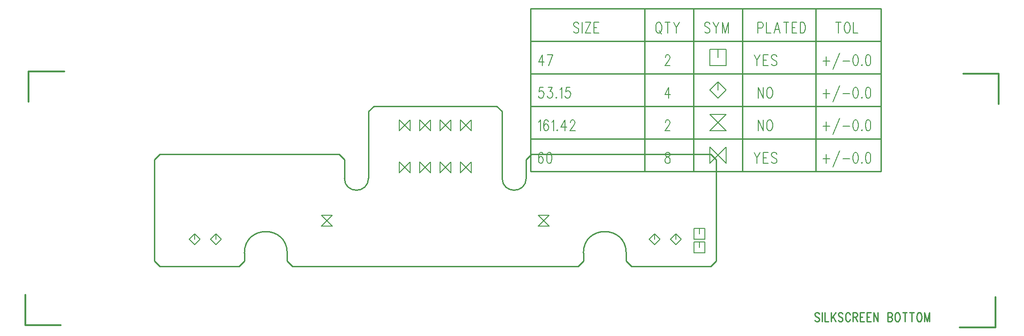
<source format=gbr>
*
*
G04 PADS 9.5 Build Number: 522968 generated Gerber (RS-274-X) file*
G04 PC Version=2.1*
*
%IN "BBA.pcb"*%
*
%MOIN*%
*
%FSLAX35Y35*%
*
*
*
*
G04 PC Standard Apertures*
*
*
G04 Thermal Relief Aperture macro.*
%AMTER*
1,1,$1,0,0*
1,0,$1-$2,0,0*
21,0,$3,$4,0,0,45*
21,0,$3,$4,0,0,135*
%
*
*
G04 Annular Aperture macro.*
%AMANN*
1,1,$1,0,0*
1,0,$2,0,0*
%
*
*
G04 Odd Aperture macro.*
%AMODD*
1,1,$1,0,0*
1,0,$1-0.005,0,0*
%
*
*
G04 PC Custom Aperture Macros*
*
*
*
*
*
*
G04 PC Aperture Table*
*
%ADD011C,0.01*%
%ADD016C,0.008*%
%ADD033C,0.001*%
%ADD057C,0.01181*%
*
*
*
*
G04 PC Circuitry*
G04 Layer Name BBA.pcb - circuitry*
%LPD*%
*
*
G04 PC Custom Flashes*
G04 Layer Name BBA.pcb - flashes*
%LPD*%
*
*
G04 PC Circuitry*
G04 Layer Name BBA.pcb - circuitry*
%LPD*%
*
G54D11*
G01X978969Y404050D02*
X978515Y404675D01*
X977833Y404988*
X976924*
X976242Y404675*
X975787Y404050*
Y403425*
X976015Y402800*
X976242Y402488*
X976696Y402175*
X978060Y401550*
X978515Y401238*
X978742Y400925*
X978969Y400300*
Y399363*
X978515Y398738*
X977833Y398425*
X976924*
X976242Y398738*
X975787Y399363*
X981015Y404988D02*
Y398425D01*
X983060Y404988D02*
Y398425D01*
X985787*
X987833Y404988D02*
Y398425D01*
X991015Y404988D02*
X987833Y400613D01*
X988969Y402175D02*
X991015Y398425D01*
X996242Y404050D02*
X995787Y404675D01*
X995106Y404988*
X994196*
X993515Y404675*
X993060Y404050*
Y403425*
X993287Y402800*
X993515Y402488*
X993969Y402175*
X995333Y401550*
X995787Y401238*
X996015Y400925*
X996242Y400300*
Y399363*
X995787Y398738*
X995106Y398425*
X994196*
X993515Y398738*
X993060Y399363*
X1001696Y403425D02*
X1001469Y404050D01*
X1001015Y404675*
X1000560Y404988*
X999651*
X999196Y404675*
X998742Y404050*
X998515Y403425*
X998287Y402488*
Y400925*
X998515Y399988*
X998742Y399363*
X999196Y398738*
X999651Y398425*
X1000560*
X1001015Y398738*
X1001469Y399363*
X1001696Y399988*
X1003742Y404988D02*
Y398425D01*
Y404988D02*
X1005787D01*
X1006469Y404675*
X1006696Y404363*
X1006924Y403738*
Y403113*
X1006696Y402488*
X1006469Y402175*
X1005787Y401863*
X1003742*
X1005333D02*
X1006924Y398425D01*
X1008969Y404988D02*
Y398425D01*
Y404988D02*
X1011924D01*
X1008969Y401863D02*
X1010787D01*
X1008969Y398425D02*
X1011924D01*
X1013969Y404988D02*
Y398425D01*
Y404988D02*
X1016924D01*
X1013969Y401863D02*
X1015787D01*
X1013969Y398425D02*
X1016924D01*
X1018969Y404988D02*
Y398425D01*
Y404988D02*
X1022151Y398425D01*
Y404988D02*
Y398425D01*
X1029424Y404988D02*
Y398425D01*
Y404988D02*
X1031469D01*
X1032151Y404675*
X1032378Y404363*
X1032606Y403738*
Y403113*
X1032378Y402488*
X1032151Y402175*
X1031469Y401863*
X1029424D02*
X1031469D01*
X1032151Y401550*
X1032378Y401238*
X1032606Y400613*
Y399675*
X1032378Y399050*
X1032151Y398738*
X1031469Y398425*
X1029424*
X1036015Y404988D02*
X1035560Y404675D01*
X1035106Y404050*
X1034878Y403425*
X1034651Y402488*
Y400925*
X1034878Y399988*
X1035106Y399363*
X1035560Y398738*
X1036015Y398425*
X1036924*
X1037378Y398738*
X1037833Y399363*
X1038060Y399988*
X1038287Y400925*
Y402488*
X1038060Y403425*
X1037833Y404050*
X1037378Y404675*
X1036924Y404988*
X1036015*
X1041924D02*
Y398425D01*
X1040333Y404988D02*
X1043515D01*
X1047151D02*
Y398425D01*
X1045560Y404988D02*
X1048742D01*
X1052151D02*
X1051696Y404675D01*
X1051242Y404050*
X1051015Y403425*
X1050787Y402488*
Y400925*
X1051015Y399988*
X1051242Y399363*
X1051696Y398738*
X1052151Y398425*
X1053060*
X1053515Y398738*
X1053969Y399363*
X1054196Y399988*
X1054424Y400925*
Y402488*
X1054196Y403425*
X1053969Y404050*
X1053515Y404675*
X1053060Y404988*
X1052151*
X1056469D02*
Y398425D01*
Y404988D02*
X1058287Y398425D01*
X1060106Y404988D02*
X1058287Y398425D01*
X1060106Y404988D02*
Y398425D01*
X805315Y443110D02*
Y449016D01*
X836811D02*
G75*
G03X805315I-15748J-0D01*
G01X836811D02*
Y443110D01*
X840748Y439173*
X899016*
X902953Y443110*
Y517913*
X899016Y521850*
X767126*
X763189Y517913*
Y504134*
X745472D02*
G03X763189I8859J-0D01*
G01X745472D02*
Y553346D01*
X741535Y557283*
X650984*
X647047Y553346*
Y504134*
X629331D02*
G03X647047I8858J-0D01*
G01X629331D02*
Y517913D01*
X625394Y521850*
X493504*
X489567Y517913*
Y443110*
X493504Y439173*
X551772*
X555709Y443110*
Y449016*
X587205D02*
G03X555709I-15748J-0D01*
G01X587205D02*
Y443110D01*
X591142Y439173*
X801378*
X805315Y443110*
X766260Y629173D02*
X1024260D01*
X766260Y605173D02*
X1024260D01*
X766260Y581173D02*
X1024260D01*
X766260Y557173D02*
X1024260D01*
X766260Y533173D02*
X1024260D01*
X766260Y509173D02*
X1024260D01*
X766260Y629173D02*
Y509173D01*
X850260Y629173D02*
Y509173D01*
X886260Y629173D02*
Y509173D01*
X922260Y629173D02*
Y509173D01*
X976260Y629173D02*
Y509173D01*
X1024260Y629173D02*
Y509173D01*
G54D16*
X612535Y468638D02*
X620535D01*
X612535Y476638*
X620535*
X612535Y468638*
X669760Y539110D02*
X677760Y547110D01*
Y539110*
X669760Y547110*
Y539110*
X684760D02*
X692760Y547110D01*
Y539110*
X684760Y547110*
Y539110*
X699760D02*
X707760Y547110D01*
Y539110*
X699760Y547110*
Y539110*
X714760D02*
X722760Y547110D01*
Y539110*
X714760Y547110*
Y539110*
Y508008D02*
X722760Y516008D01*
Y508008*
X714760Y516008*
Y508008*
X699760D02*
X707760Y516008D01*
Y508008*
X699760Y516008*
Y508008*
X684760D02*
X692760Y516008D01*
Y508008*
X684760Y516008*
Y508008*
X669760D02*
X677760Y516008D01*
Y508008*
X669760Y516008*
Y508008*
X886748Y459071D02*
X894748D01*
Y467071*
X886748*
Y459071*
X890748Y463071D02*
Y467071D01*
X886748Y449071D02*
X894748D01*
Y457071*
X886748*
Y449071*
X890748Y453071D02*
Y457071D01*
X771984Y468638D02*
X779984D01*
X771984Y476638*
X779984*
X771984Y468638*
X873425Y455193D02*
X877425Y459193D01*
X873425Y463193*
X869425Y459193*
X873425Y455193*
Y459193D02*
Y463193D01*
X857677Y455193D02*
X861677Y459193D01*
X857677Y463193*
X853677Y459193*
X857677Y455193*
Y459193D02*
Y463193D01*
X534843Y455193D02*
X538843Y459193D01*
X534843Y463193*
X530843Y459193*
X534843Y455193*
Y459193D02*
Y463193D01*
X519094Y455193D02*
X523094Y459193D01*
X519094Y463193*
X515094Y459193*
X519094Y455193*
Y459193D02*
Y463193D01*
X801860Y617923D02*
X801314Y618673D01*
X800496Y619048*
X799405*
X798587Y618673*
X798042Y617923*
Y617173*
X798314Y616423*
X798587Y616048*
X799133Y615673*
X800769Y614923*
X801314Y614548*
X801587Y614173*
X801860Y613423*
Y612298*
X801314Y611548*
X800496Y611173*
X799405*
X798587Y611548*
X798042Y612298*
X804314Y619048D02*
Y611173D01*
X810587Y619048D02*
X806769Y611173D01*
Y619048D02*
X810587D01*
X806769Y611173D02*
X810587D01*
X813042Y619048D02*
Y611173D01*
Y619048D02*
X816587D01*
X813042Y615298D02*
X815223D01*
X813042Y611173D02*
X816587D01*
X860223Y619048D02*
X859678Y618673D01*
X859133Y617923*
X858860Y617173*
X858587Y616048*
Y614173*
X858860Y613048*
X859133Y612298*
X859678Y611548*
X860223Y611173*
X861314*
X861860Y611548*
X862405Y612298*
X862678Y613048*
X862951Y614173*
Y616048*
X862678Y617173*
X862405Y617923*
X861860Y618673*
X861314Y619048*
X860223*
X861042Y612673D02*
X862678Y610423D01*
X867314Y619048D02*
Y611173D01*
X865405Y619048D02*
X869223D01*
X871678D02*
X873860Y615298D01*
Y611173*
X876042Y619048D02*
X873860Y615298D01*
X898405Y617923D02*
X897860Y618673D01*
X897042Y619048*
X895951*
X895133Y618673*
X894587Y617923*
Y617173*
X894860Y616423*
X895133Y616048*
X895678Y615673*
X897314Y614923*
X897860Y614548*
X898133Y614173*
X898405Y613423*
Y612298*
X897860Y611548*
X897042Y611173*
X895951*
X895133Y611548*
X894587Y612298*
X900860Y619048D02*
X903042Y615298D01*
Y611173*
X905223Y619048D02*
X903042Y615298D01*
X907678Y619048D02*
Y611173D01*
Y619048D02*
X909860Y611173D01*
X912042Y619048D02*
X909860Y611173D01*
X912042Y619048D02*
Y611173D01*
X933860Y619048D02*
Y611173D01*
Y619048D02*
X936314D01*
X937133Y618673*
X937405Y618298*
X937678Y617548*
Y616423*
X937405Y615673*
X937133Y615298*
X936314Y614923*
X933860*
X940133Y619048D02*
Y611173D01*
X943405*
X948042Y619048D02*
X945860Y611173D01*
X948042Y619048D02*
X950223Y611173D01*
X946678Y613798D02*
X949405D01*
X954587Y619048D02*
Y611173D01*
X952678Y619048D02*
X956496D01*
X958951D02*
Y611173D01*
Y619048D02*
X962496D01*
X958951Y615298D02*
X961133D01*
X958951Y611173D02*
X962496D01*
X964951Y619048D02*
Y611173D01*
Y619048D02*
X966860D01*
X967678Y618673*
X968223Y617923*
X968496Y617173*
X968769Y616048*
Y614173*
X968496Y613048*
X968223Y612298*
X967678Y611548*
X966860Y611173*
X964951*
X993042Y619048D02*
Y611173D01*
X991133Y619048D02*
X994951D01*
X999042D02*
X998496Y618673D01*
X997951Y617923*
X997678Y617173*
X997405Y616048*
Y614173*
X997678Y613048*
X997951Y612298*
X998496Y611548*
X999042Y611173*
X1000133*
X1000678Y611548*
X1001223Y612298*
X1001496Y613048*
X1001769Y614173*
Y616048*
X1001496Y617173*
X1001223Y617923*
X1000678Y618673*
X1000133Y619048*
X999042*
X1004223D02*
Y611173D01*
X1007496*
X774987Y595048D02*
X772260Y589798D01*
X776351*
X774987Y595048D02*
Y587173D01*
X782623Y595048D02*
X779896Y587173D01*
X778805Y595048D02*
X782623D01*
X865678Y593173D02*
Y593548D01*
X865951Y594298*
X866223Y594673*
X866769Y595048*
X867860*
X868405Y594673*
X868678Y594298*
X868951Y593548*
Y592798*
X868678Y592048*
X868133Y590923*
X865405Y587173*
X869223*
X898260D02*
X910260D01*
Y599173*
X898260*
Y587173*
X904260Y593173D02*
Y599173D01*
X930996Y595048D02*
X933178Y591298D01*
Y587173*
X935360Y595048D02*
X933178Y591298D01*
X937814Y595048D02*
Y587173D01*
Y595048D02*
X941360D01*
X937814Y591298D02*
X939996D01*
X937814Y587173D02*
X941360D01*
X947633Y593923D02*
X947087Y594673D01*
X946269Y595048*
X945178*
X944360Y594673*
X943814Y593923*
Y593173*
X944087Y592423*
X944360Y592048*
X944905Y591673*
X946542Y590923*
X947087Y590548*
X947360Y590173*
X947633Y589423*
Y588298*
X947087Y587548*
X946269Y587173*
X945178*
X944360Y587548*
X943814Y588298*
X984178Y593923D02*
Y587173D01*
X981723Y590548D02*
X986633D01*
X993996Y596548D02*
X989087Y584548D01*
X996451Y590548D02*
X1001360D01*
X1005451Y595048D02*
X1004633Y594673D01*
X1004087Y593548*
X1003814Y591673*
Y590548*
X1004087Y588673*
X1004633Y587548*
X1005451Y587173*
X1005996*
X1006814Y587548*
X1007360Y588673*
X1007633Y590548*
Y591673*
X1007360Y593548*
X1006814Y594673*
X1005996Y595048*
X1005451*
X1010360Y587923D02*
X1010087Y587548D01*
X1010360Y587173*
X1010633Y587548*
X1010360Y587923*
X1014723Y595048D02*
X1013905Y594673D01*
X1013360Y593548*
X1013087Y591673*
Y590548*
X1013360Y588673*
X1013905Y587548*
X1014723Y587173*
X1015269*
X1016087Y587548*
X1016633Y588673*
X1016905Y590548*
Y591673*
X1016633Y593548*
X1016087Y594673*
X1015269Y595048*
X1014723*
X775805Y571048D02*
X773078D01*
X772805Y567673*
X773078Y568048*
X773896Y568423*
X774714*
X775533Y568048*
X776078Y567298*
X776351Y566173*
X776078Y565423*
X775805Y564298*
X775260Y563548*
X774442Y563173*
X773623*
X772805Y563548*
X772533Y563923*
X772260Y564673*
X779351Y571048D02*
X782351D01*
X780714Y568048*
X781533*
X782078Y567673*
X782351Y567298*
X782623Y566173*
Y565423*
X782351Y564298*
X781805Y563548*
X780987Y563173*
X780169*
X779351Y563548*
X779078Y563923*
X778805Y564673*
X785351Y563923D02*
X785078Y563548D01*
X785351Y563173*
X785623Y563548*
X785351Y563923*
X788078Y569548D02*
X788623Y569923D01*
X789442Y571048*
Y563173*
X795442Y571048D02*
X792714D01*
X792442Y567673*
X792714Y568048*
X793533Y568423*
X794351*
X795169Y568048*
X795714Y567298*
X795987Y566173*
X795714Y565423*
X795442Y564298*
X794896Y563548*
X794078Y563173*
X793260*
X792442Y563548*
X792169Y563923*
X791896Y564673*
X867996Y571048D02*
X865269Y565798D01*
X869360*
X867996Y571048D02*
Y563173D01*
X904260D02*
X910260Y569173D01*
X904260Y575173*
X898260Y569173*
X904260Y563173*
Y569173D02*
Y575173D01*
X933996Y571048D02*
Y563173D01*
Y571048D02*
X937814Y563173D01*
Y571048D02*
Y563173D01*
X941905Y571048D02*
X941360Y570673D01*
X940814Y569923*
X940542Y569173*
X940269Y568048*
Y566173*
X940542Y565048*
X940814Y564298*
X941360Y563548*
X941905Y563173*
X942996*
X943542Y563548*
X944087Y564298*
X944360Y565048*
X944633Y566173*
Y568048*
X944360Y569173*
X944087Y569923*
X943542Y570673*
X942996Y571048*
X941905*
X984178Y569923D02*
Y563173D01*
X981723Y566548D02*
X986633D01*
X993996Y572548D02*
X989087Y560548D01*
X996451Y566548D02*
X1001360D01*
X1005451Y571048D02*
X1004633Y570673D01*
X1004087Y569548*
X1003814Y567673*
Y566548*
X1004087Y564673*
X1004633Y563548*
X1005451Y563173*
X1005996*
X1006814Y563548*
X1007360Y564673*
X1007633Y566548*
Y567673*
X1007360Y569548*
X1006814Y570673*
X1005996Y571048*
X1005451*
X1010360Y563923D02*
X1010087Y563548D01*
X1010360Y563173*
X1010633Y563548*
X1010360Y563923*
X1014723Y571048D02*
X1013905Y570673D01*
X1013360Y569548*
X1013087Y567673*
Y566548*
X1013360Y564673*
X1013905Y563548*
X1014723Y563173*
X1015269*
X1016087Y563548*
X1016633Y564673*
X1016905Y566548*
Y567673*
X1016633Y569548*
X1016087Y570673*
X1015269Y571048*
X1014723*
X772260Y545548D02*
X772805Y545923D01*
X773623Y547048*
Y539173*
X779351Y545923D02*
X779078Y546673D01*
X778260Y547048*
X777714*
X776896Y546673*
X776351Y545548*
X776078Y543673*
Y541798*
X776351Y540298*
X776896Y539548*
X777714Y539173*
X777987*
X778805Y539548*
X779351Y540298*
X779623Y541423*
Y541798*
X779351Y542923*
X778805Y543673*
X777987Y544048*
X777714*
X776896Y543673*
X776351Y542923*
X776078Y541798*
X782078Y545548D02*
X782623Y545923D01*
X783442Y547048*
Y539173*
X786169Y539923D02*
X785896Y539548D01*
X786169Y539173*
X786442Y539548*
X786169Y539923*
X791623Y547048D02*
X788896Y541798D01*
X792987*
X791623Y547048D02*
Y539173D01*
X795714Y545173D02*
Y545548D01*
X795987Y546298*
X796260Y546673*
X796805Y547048*
X797896*
X798442Y546673*
X798714Y546298*
X798987Y545548*
Y544798*
X798714Y544048*
X798169Y542923*
X795442Y539173*
X799260*
X865678Y545173D02*
Y545548D01*
X865951Y546298*
X866223Y546673*
X866769Y547048*
X867860*
X868405Y546673*
X868678Y546298*
X868951Y545548*
Y544798*
X868678Y544048*
X868133Y542923*
X865405Y539173*
X869223*
X898260D02*
X910260D01*
X898260Y551173*
X910260*
X898260Y539173*
X933996Y547048D02*
Y539173D01*
Y547048D02*
X937814Y539173D01*
Y547048D02*
Y539173D01*
X941905Y547048D02*
X941360Y546673D01*
X940814Y545923*
X940542Y545173*
X940269Y544048*
Y542173*
X940542Y541048*
X940814Y540298*
X941360Y539548*
X941905Y539173*
X942996*
X943542Y539548*
X944087Y540298*
X944360Y541048*
X944633Y542173*
Y544048*
X944360Y545173*
X944087Y545923*
X943542Y546673*
X942996Y547048*
X941905*
X984178Y545923D02*
Y539173D01*
X981723Y542548D02*
X986633D01*
X993996Y548548D02*
X989087Y536548D01*
X996451Y542548D02*
X1001360D01*
X1005451Y547048D02*
X1004633Y546673D01*
X1004087Y545548*
X1003814Y543673*
Y542548*
X1004087Y540673*
X1004633Y539548*
X1005451Y539173*
X1005996*
X1006814Y539548*
X1007360Y540673*
X1007633Y542548*
Y543673*
X1007360Y545548*
X1006814Y546673*
X1005996Y547048*
X1005451*
X1010360Y539923D02*
X1010087Y539548D01*
X1010360Y539173*
X1010633Y539548*
X1010360Y539923*
X1014723Y547048D02*
X1013905Y546673D01*
X1013360Y545548*
X1013087Y543673*
Y542548*
X1013360Y540673*
X1013905Y539548*
X1014723Y539173*
X1015269*
X1016087Y539548*
X1016633Y540673*
X1016905Y542548*
Y543673*
X1016633Y545548*
X1016087Y546673*
X1015269Y547048*
X1014723*
X775533Y521923D02*
X775260Y522673D01*
X774442Y523048*
X773896*
X773078Y522673*
X772533Y521548*
X772260Y519673*
Y517798*
X772533Y516298*
X773078Y515548*
X773896Y515173*
X774169*
X774987Y515548*
X775533Y516298*
X775805Y517423*
Y517798*
X775533Y518923*
X774987Y519673*
X774169Y520048*
X773896*
X773078Y519673*
X772533Y518923*
X772260Y517798*
X779896Y523048D02*
X779078Y522673D01*
X778533Y521548*
X778260Y519673*
Y518548*
X778533Y516673*
X779078Y515548*
X779896Y515173*
X780442*
X781260Y515548*
X781805Y516673*
X782078Y518548*
Y519673*
X781805Y521548*
X781260Y522673*
X780442Y523048*
X779896*
X866769D02*
X865951Y522673D01*
X865678Y521923*
Y521173*
X865951Y520423*
X866496Y520048*
X867587Y519673*
X868405Y519298*
X868951Y518548*
X869223Y517798*
Y516673*
X868951Y515923*
X868678Y515548*
X867860Y515173*
X866769*
X865951Y515548*
X865678Y515923*
X865405Y516673*
Y517798*
X865678Y518548*
X866223Y519298*
X867042Y519673*
X868133Y520048*
X868678Y520423*
X868951Y521173*
Y521923*
X868678Y522673*
X867860Y523048*
X866769*
X898260Y515173D02*
X910260Y527173D01*
Y515173*
X898260Y527173*
Y515173*
X930996Y523048D02*
X933178Y519298D01*
Y515173*
X935360Y523048D02*
X933178Y519298D01*
X937814Y523048D02*
Y515173D01*
Y523048D02*
X941360D01*
X937814Y519298D02*
X939996D01*
X937814Y515173D02*
X941360D01*
X947633Y521923D02*
X947087Y522673D01*
X946269Y523048*
X945178*
X944360Y522673*
X943814Y521923*
Y521173*
X944087Y520423*
X944360Y520048*
X944905Y519673*
X946542Y518923*
X947087Y518548*
X947360Y518173*
X947633Y517423*
Y516298*
X947087Y515548*
X946269Y515173*
X945178*
X944360Y515548*
X943814Y516298*
X984178Y521923D02*
Y515173D01*
X981723Y518548D02*
X986633D01*
X993996Y524548D02*
X989087Y512548D01*
X996451Y518548D02*
X1001360D01*
X1005451Y523048D02*
X1004633Y522673D01*
X1004087Y521548*
X1003814Y519673*
Y518548*
X1004087Y516673*
X1004633Y515548*
X1005451Y515173*
X1005996*
X1006814Y515548*
X1007360Y516673*
X1007633Y518548*
Y519673*
X1007360Y521548*
X1006814Y522673*
X1005996Y523048*
X1005451*
X1010360Y515923D02*
X1010087Y515548D01*
X1010360Y515173*
X1010633Y515548*
X1010360Y515923*
X1014723Y523048D02*
X1013905Y522673D01*
X1013360Y521548*
X1013087Y519673*
Y518548*
X1013360Y516673*
X1013905Y515548*
X1014723Y515173*
X1015269*
X1016087Y515548*
X1016633Y516673*
X1016905Y518548*
Y519673*
X1016633Y521548*
X1016087Y522673*
X1015269Y523048*
X1014723*
G54D33*
G54D57*
X396850Y560433D02*
Y582677D01*
X423031*
X1111220Y558858D02*
Y581102D01*
X1085039*
X1108661Y416535D02*
Y394291D01*
X1082480*
X394291Y418110D02*
Y395866D01*
X420472*
G74*
X0Y0D02*
M02*

</source>
